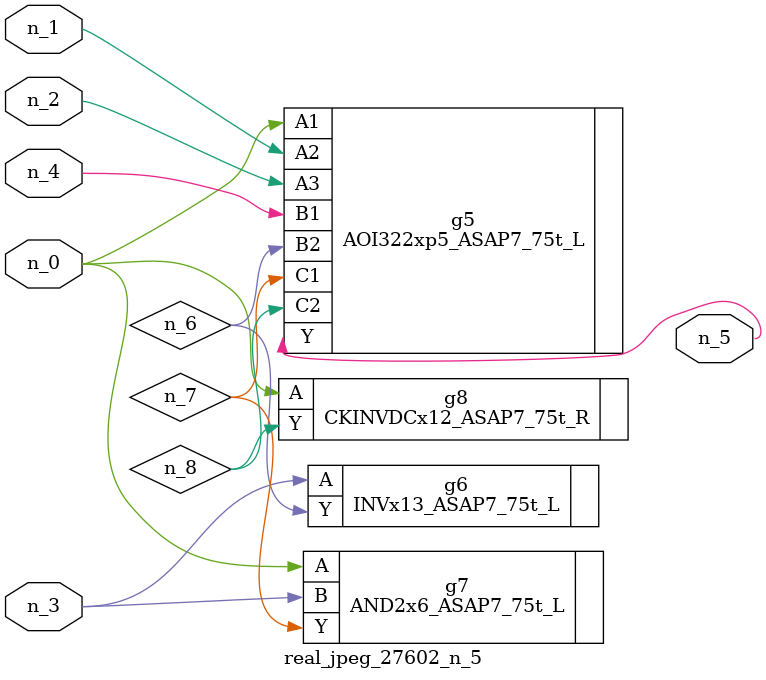
<source format=v>
module real_jpeg_27602_n_5 (n_4, n_0, n_1, n_2, n_3, n_5);

input n_4;
input n_0;
input n_1;
input n_2;
input n_3;

output n_5;

wire n_8;
wire n_6;
wire n_7;

AOI322xp5_ASAP7_75t_L g5 ( 
.A1(n_0),
.A2(n_1),
.A3(n_2),
.B1(n_4),
.B2(n_6),
.C1(n_7),
.C2(n_8),
.Y(n_5)
);

AND2x6_ASAP7_75t_L g7 ( 
.A(n_0),
.B(n_3),
.Y(n_7)
);

CKINVDCx12_ASAP7_75t_R g8 ( 
.A(n_0),
.Y(n_8)
);

INVx13_ASAP7_75t_L g6 ( 
.A(n_3),
.Y(n_6)
);


endmodule
</source>
